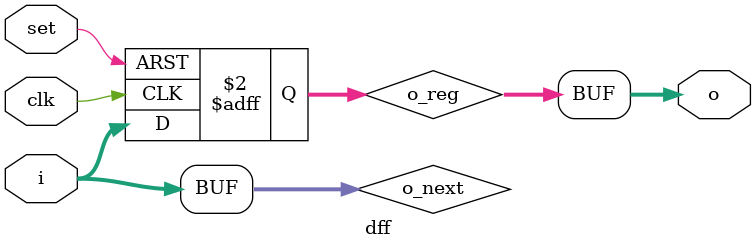
<source format=v>
module dff(
  input wire clk, set,
  input wire [3:0] i,
  output wire [3:0] o
);
  reg [3:0] o_reg;
  wire [3:0] o_next;
  always @(posedge clk, posedge set)
  begin
    if (set)
      o_reg <= 4'b1111;
    else
      o_reg <= o_next;
  end
  assign o_next = i;
  assign o = o_reg;

endmodule
</source>
